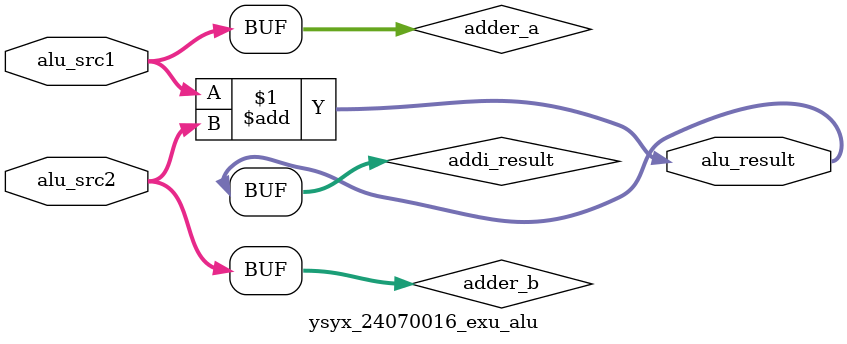
<source format=v>
module ysyx_24070016_exu_alu(
	input [31:0] alu_src1,
	input [31:0] alu_src2,
	// input  aluop,
	output [31:0] alu_result
);

wire [31:0] adder_a = alu_src1;
wire [31:0] adder_b = alu_src2;

wire [31:0] addi_result = adder_a + adder_b;

assign alu_result = addi_result;

endmodule

</source>
